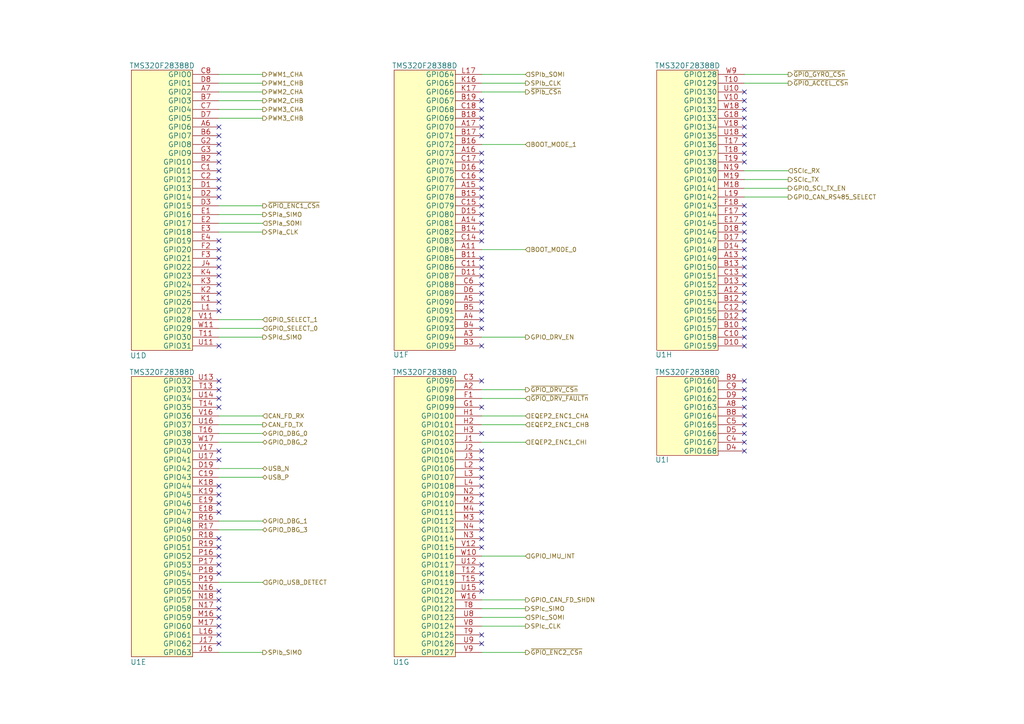
<source format=kicad_sch>
(kicad_sch (version 20231120) (generator "eeschema") (generator_version "8.0")
  (paper "A4")
  (title_block (title "Open MOtor DRiver Initiative  - Single Axis (OMODRI_SA)") (date "2024-03-20") (rev "1.0") (company "LAAS/CNRS"))
  (lib_symbols
    (symbol "omodri_lib:TMS320F28388D" (pin_names (offset 0.254))
      (property "Reference" "U" (at -8.89 55.88 0))
      (property "Value" "TMS320F28388D" (at 0 53.34 0))
      (symbol "TMS320F28388D_1_1"
        (rectangle (start -8.89 49.53) (end 8.89 -46.99) (fill (type background)))
        (pin power_in line (at -16.51 48.26 0) (length 7.62) (name "VSS") (number "A1"))
        (pin power_in line (at -16.51 45.72 0) (length 7.62) (name "VSS") (number "A10"))
        (pin power_in line (at -16.51 43.18 0) (length 7.62) (name "VSS") (number "A19"))
        (pin power_in line (at -16.51 33.02 0) (length 7.62) (name "VSS") (number "E12"))
        (pin power_in line (at -16.51 30.48 0) (length 7.62) (name "VSS") (number "E14"))
        (pin power_in line (at -16.51 27.94 0) (length 7.62) (name "VSS") (number "E15"))
        (pin power_in line (at -16.51 40.64 0) (length 7.62) (name "VSS") (number "E5"))
        (pin power_in line (at -16.51 38.1 0) (length 7.62) (name "VSS") (number "E6"))
        (pin power_in line (at -16.51 35.56 0) (length 7.62) (name "VSS") (number "E8"))
        (pin power_in line (at -16.51 17.78 0) (length 7.62) (name "VSS") (number "F12"))
        (pin power_in line (at -16.51 15.24 0) (length 7.62) (name "VSS") (number "F14"))
        (pin power_in line (at -16.51 12.7 0) (length 7.62) (name "VSS") (number "F15"))
        (pin power_in line (at -16.51 25.4 0) (length 7.62) (name "VSS") (number "F5"))
        (pin power_in line (at -16.51 22.86 0) (length 7.62) (name "VSS") (number "F6"))
        (pin power_in line (at -16.51 20.32 0) (length 7.62) (name "VSS") (number "F8"))
        (pin power_in line (at -16.51 10.16 0) (length 7.62) (name "VSS") (number "G16"))
        (pin power_in line (at -16.51 7.62 0) (length 7.62) (name "VSS") (number "G17"))
        (pin power_in line (at -16.51 0 0) (length 7.62) (name "VSS") (number "H10"))
        (pin power_in line (at -16.51 -2.54 0) (length 7.62) (name "VSS") (number "H11"))
        (pin power_in line (at -16.51 -5.08 0) (length 7.62) (name "VSS") (number "H12"))
        (pin power_in line (at -16.51 -7.62 0) (length 7.62) (name "VSS") (number "H14"))
        (pin power_in line (at -16.51 -10.16 0) (length 7.62) (name "VSS") (number "H15"))
        (pin power_in line (at 16.51 48.26 180) (length 7.62) (name "VSSOSC") (number "H18"))
        (pin power_in line (at 16.51 45.72 180) (length 7.62) (name "VSSOSC") (number "H19"))
        (pin power_in line (at -16.51 5.08 0) (length 7.62) (name "VSS") (number "H8"))
        (pin power_in line (at -16.51 2.54 0) (length 7.62) (name "VSS") (number "H9"))
        (pin power_in line (at -16.51 -22.86 0) (length 7.62) (name "VSS") (number "J10"))
        (pin power_in line (at -16.51 -25.4 0) (length 7.62) (name "VSS") (number "J11"))
        (pin power_in line (at -16.51 -27.94 0) (length 7.62) (name "VSS") (number "J12"))
        (pin power_in line (at -16.51 -12.7 0) (length 7.62) (name "VSS") (number "J5"))
        (pin power_in line (at -16.51 -15.24 0) (length 7.62) (name "VSS") (number "J6"))
        (pin power_in line (at -16.51 -17.78 0) (length 7.62) (name "VSS") (number "J8"))
        (pin power_in line (at -16.51 -20.32 0) (length 7.62) (name "VSS") (number "J9"))
        (pin power_in line (at -16.51 -35.56 0) (length 7.62) (name "VSS") (number "K10"))
        (pin power_in line (at -16.51 -38.1 0) (length 7.62) (name "VSS") (number "K11"))
        (pin power_in line (at -16.51 -40.64 0) (length 7.62) (name "VSS") (number "K12"))
        (pin power_in line (at -16.51 -43.18 0) (length 7.62) (name "VSS") (number "K14"))
        (pin power_in line (at -16.51 -45.72 0) (length 7.62) (name "VSS") (number "K15"))
        (pin power_in line (at -16.51 -30.48 0) (length 7.62) (name "VSS") (number "K8"))
        (pin power_in line (at -16.51 -33.02 0) (length 7.62) (name "VSS") (number "K9"))
        (pin power_in line (at 16.51 17.78 180) (length 7.62) (name "VSS") (number "L10"))
        (pin power_in line (at 16.51 15.24 180) (length 7.62) (name "VSS") (number "L11"))
        (pin power_in line (at 16.51 12.7 180) (length 7.62) (name "VSS") (number "L12"))
        (pin power_in line (at 16.51 10.16 180) (length 7.62) (name "VSS") (number "L18"))
        (pin power_in line (at 16.51 27.94 180) (length 7.62) (name "VSS") (number "L5"))
        (pin power_in line (at 16.51 25.4 180) (length 7.62) (name "VSS") (number "L6"))
        (pin power_in line (at 16.51 22.86 180) (length 7.62) (name "VSS") (number "L8"))
        (pin power_in line (at 16.51 20.32 180) (length 7.62) (name "VSS") (number "L9"))
        (pin power_in line (at 16.51 2.54 180) (length 7.62) (name "VSS") (number "M10"))
        (pin power_in line (at 16.51 0 180) (length 7.62) (name "VSS") (number "M11"))
        (pin power_in line (at 16.51 -2.54 180) (length 7.62) (name "VSS") (number "M12"))
        (pin power_in line (at 16.51 -5.08 180) (length 7.62) (name "VSS") (number "M14"))
        (pin power_in line (at 16.51 -7.62 180) (length 7.62) (name "VSS") (number "M15"))
        (pin power_in line (at 16.51 7.62 180) (length 7.62) (name "VSS") (number "M8"))
        (pin power_in line (at 16.51 5.08 180) (length 7.62) (name "VSS") (number "M9"))
        (pin power_in line (at 16.51 -10.16 180) (length 7.62) (name "VSS") (number "N1"))
        (pin power_in line (at 16.51 -12.7 180) (length 7.62) (name "VSS") (number "N5"))
        (pin power_in line (at 16.51 -15.24 180) (length 7.62) (name "VSS") (number "N6"))
        (pin power_in line (at 16.51 41.91 180) (length 7.62) (name "VSSA") (number "P1"))
        (pin power_in line (at 16.51 -22.86 180) (length 7.62) (name "VSS") (number "P11"))
        (pin power_in line (at 16.51 -25.4 180) (length 7.62) (name "VSS") (number "P12"))
        (pin power_in line (at 16.51 -27.94 180) (length 7.62) (name "VSS") (number "P14"))
        (pin power_in line (at 16.51 -30.48 180) (length 7.62) (name "VSS") (number "P15"))
        (pin power_in line (at 16.51 39.37 180) (length 7.62) (name "VSSA") (number "P5"))
        (pin power_in line (at 16.51 -17.78 180) (length 7.62) (name "VSS") (number "P7"))
        (pin power_in line (at 16.51 -20.32 180) (length 7.62) (name "VSS") (number "P8"))
        (pin power_in line (at 16.51 -38.1 180) (length 7.62) (name "VSS") (number "R14"))
        (pin power_in line (at 16.51 -40.64 180) (length 7.62) (name "VSS") (number "R15"))
        (pin power_in line (at 16.51 36.83 180) (length 7.62) (name "VSSA") (number "R5"))
        (pin power_in line (at 16.51 -33.02 180) (length 7.62) (name "VSS") (number "R7"))
        (pin power_in line (at 16.51 -35.56 180) (length 7.62) (name "VSS") (number "R8"))
        (pin power_in line (at 16.51 34.29 180) (length 7.62) (name "VSSA") (number "V7"))
        (pin power_in line (at 16.51 31.75 180) (length 7.62) (name "VSSA") (number "W1"))
        (pin power_in line (at 16.51 -45.72 180) (length 7.62) (name "VSS") (number "W19"))
        (pin power_in line (at 16.51 -43.18 180) (length 7.62) (name "VSS") (number "W7"))
      )
      (symbol "TMS320F28388D_2_1"
        (rectangle (start -10.16 49.53) (end 10.16 -21.59) (fill (type background)))
        (pin power_in line (at 17.78 45.72 180) (length 7.62) (name "VDDIO") (number "A18"))
        (pin power_in line (at 17.78 48.26 180) (length 7.62) (name "VDDIO") (number "A9"))
        (pin power_in line (at 17.78 43.18 180) (length 7.62) (name "VDDIO") (number "B1"))
        (pin power_in line (at 17.78 38.1 180) (length 7.62) (name "VDDIO") (number "E10"))
        (pin power_in line (at -17.78 45.72 0) (length 7.62) (name "VDD") (number "E11"))
        (pin power_in line (at 17.78 35.56 180) (length 7.62) (name "VDDIO") (number "E13"))
        (pin power_in line (at 17.78 33.02 180) (length 7.62) (name "VDDIO") (number "E16"))
        (pin power_in line (at 17.78 40.64 180) (length 7.62) (name "VDDIO") (number "E7"))
        (pin power_in line (at -17.78 48.26 0) (length 7.62) (name "VDD") (number "E9"))
        (pin power_in line (at 17.78 25.4 180) (length 7.62) (name "VDDIO") (number "F10"))
        (pin power_in line (at -17.78 40.64 0) (length 7.62) (name "VDD") (number "F11"))
        (pin power_in line (at 17.78 22.86 180) (length 7.62) (name "VDDIO") (number "F13"))
        (pin power_in line (at 17.78 20.32 180) (length 7.62) (name "VDDIO") (number "F16"))
        (pin power_in line (at 17.78 30.48 180) (length 7.62) (name "VDDIO") (number "F4"))
        (pin power_in line (at 17.78 27.94 180) (length 7.62) (name "VDDIO") (number "F7"))
        (pin power_in line (at -17.78 43.18 0) (length 7.62) (name "VDD") (number "F9"))
        (pin power_in line (at -17.78 38.1 0) (length 7.62) (name "VDD") (number "G14"))
        (pin power_in line (at -17.78 35.56 0) (length 7.62) (name "VDD") (number "G15"))
        (pin power_in line (at 17.78 17.78 180) (length 7.62) (name "VDDIO") (number "G4"))
        (pin power_in line (at 17.78 15.24 180) (length 7.62) (name "VDDIO") (number "G5"))
        (pin power_in line (at 17.78 12.7 180) (length 7.62) (name "VDDIO") (number "G6"))
        (pin power_in line (at -17.78 -17.78 0) (length 7.62) (name "VDDOSC") (number "H16"))
        (pin power_in line (at -17.78 -20.32 0) (length 7.62) (name "VDDOSC") (number "H17"))
        (pin power_in line (at 17.78 10.16 180) (length 7.62) (name "VDDIO") (number "H5"))
        (pin power_in line (at 17.78 7.62 180) (length 7.62) (name "VDDIO") (number "H6"))
        (pin power_in line (at -17.78 33.02 0) (length 7.62) (name "VDD") (number "J14"))
        (pin power_in line (at -17.78 30.48 0) (length 7.62) (name "VDD") (number "J15"))
        (pin power_in line (at -17.78 27.94 0) (length 7.62) (name "VDD") (number "K5"))
        (pin power_in line (at -17.78 25.4 0) (length 7.62) (name "VDD") (number "K6"))
        (pin power_in line (at 17.78 5.08 180) (length 7.62) (name "VDDIO") (number "L14"))
        (pin power_in line (at 17.78 2.54 180) (length 7.62) (name "VDDIO") (number "L15"))
        (pin power_in line (at 17.78 0 180) (length 7.62) (name "VDDIO") (number "M1"))
        (pin power_in line (at 17.78 -2.54 180) (length 7.62) (name "VDDIO") (number "M5"))
        (pin power_in line (at 17.78 -5.08 180) (length 7.62) (name "VDDIO") (number "M6"))
        (pin power_in line (at 17.78 -7.62 180) (length 7.62) (name "VDDIO") (number "N14"))
        (pin power_in line (at 17.78 -10.16 180) (length 7.62) (name "VDDIO") (number "N15"))
        (pin power_in line (at -17.78 22.86 0) (length 7.62) (name "VDD") (number "P10"))
        (pin power_in line (at -17.78 20.32 0) (length 7.62) (name "VDD") (number "P13"))
        (pin power_in line (at -17.78 10.16 0) (length 7.62) (name "VDDA") (number "P6"))
        (pin power_in line (at 17.78 -12.7 180) (length 7.62) (name "VDDIO") (number "P9"))
        (pin power_in line (at -17.78 17.78 0) (length 7.62) (name "VDD") (number "R10"))
        (pin power_in line (at -17.78 -3.81 0) (length 7.62) (name "VDD3VFL") (number "R11"))
        (pin power_in line (at -17.78 -6.35 0) (length 7.62) (name "VDD3VFL") (number "R12"))
        (pin power_in line (at -17.78 15.24 0) (length 7.62) (name "VDD") (number "R13"))
        (pin power_in line (at -17.78 7.62 0) (length 7.62) (name "VDDA") (number "R6"))
        (pin power_in line (at 17.78 -15.24 180) (length 7.62) (name "VDDIO") (number "R9"))
        (pin power_in line (at 17.78 -17.78 180) (length 7.62) (name "VDDIO") (number "V19"))
        (pin power_in line (at 17.78 -20.32 180) (length 7.62) (name "VDDIO") (number "W8"))
      )
      (symbol "TMS320F28388D_3_1"
        (rectangle (start -11.43 49.53) (end 11.43 -21.59) (fill (type background)))
        (pin power_in line (at -19.05 7.62 0) (length 7.62) (name "VREFLOC") (number "P2"))
        (pin input line (at 19.05 10.16 180) (length 7.62) (name "ADCINC3") (number "P3"))
        (pin input line (at 19.05 5.08 180) (length 7.62) (name "ADCINC5") (number "P4"))
        (pin power_in line (at -19.05 43.18 0) (length 7.62) (name "VREFHIC") (number "R1"))
        (pin power_in line (at -19.05 12.7 0) (length 7.62) (name "VREFLOA") (number "R2"))
        (pin input line (at 19.05 12.7 180) (length 7.62) (name "ADCINC2") (number "R3"))
        (pin input line (at 19.05 7.62 180) (length 7.62) (name "ADCINC4") (number "R4"))
        (pin input line (at 19.05 45.72 180) (length 7.62) (name "ADCINA1") (number "T1"))
        (pin input line (at 19.05 40.64 180) (length 7.62) (name "ADCINA3") (number "T2"))
        (pin input line (at 19.05 35.56 180) (length 7.62) (name "ADCINA5") (number "T3"))
        (pin input line (at 19.05 -17.78 180) (length 7.62) (name "ADCIN14") (number "T4"))
        (pin input line (at 19.05 0 180) (length 7.62) (name "ADCIND0") (number "T5"))
        (pin input line (at 19.05 -5.08 180) (length 7.62) (name "ADCIND2") (number "T6"))
        (pin input line (at 19.05 -10.16 180) (length 7.62) (name "ADCIND4") (number "T7"))
        (pin input line (at 19.05 48.26 180) (length 7.62) (name "ADCINA0") (number "U1"))
        (pin input line (at 19.05 43.18 180) (length 7.62) (name "ADCINA2") (number "U2"))
        (pin input line (at 19.05 38.1 180) (length 7.62) (name "ADCINA4") (number "U3"))
        (pin input line (at 19.05 -20.32 180) (length 7.62) (name "ADCIN15") (number "U4"))
        (pin input line (at 19.05 -2.54 180) (length 7.62) (name "ADCIND1") (number "U5"))
        (pin input line (at 19.05 -7.62 180) (length 7.62) (name "ADCIND3") (number "U6"))
        (pin input line (at 19.05 -12.7 180) (length 7.62) (name "ADCIND5") (number "U7"))
        (pin power_in line (at -19.05 48.26 0) (length 7.62) (name "VREFHIA") (number "V1"))
        (pin input line (at 19.05 30.48 180) (length 7.62) (name "ADCINB0") (number "V2"))
        (pin input line (at 19.05 25.4 180) (length 7.62) (name "ADCINB2") (number "V3"))
        (pin input line (at 19.05 20.32 180) (length 7.62) (name "ADCINB4") (number "V4"))
        (pin power_in line (at -19.05 40.64 0) (length 7.62) (name "VREFHID") (number "V5"))
        (pin power_in line (at -19.05 10.16 0) (length 7.62) (name "VREFLOB") (number "V6"))
        (pin input line (at 19.05 27.94 180) (length 7.62) (name "ADCINB1") (number "W2"))
        (pin input line (at 19.05 22.86 180) (length 7.62) (name "ADCINB3") (number "W3"))
        (pin input line (at 19.05 17.78 180) (length 7.62) (name "ADCINB5") (number "W4"))
        (pin power_in line (at -19.05 45.72 0) (length 7.62) (name "VREFHIB") (number "W5"))
        (pin power_in line (at -19.05 5.08 0) (length 7.62) (name "VREFLOD") (number "W6"))
      )
      (symbol "TMS320F28388D_4_1"
        (rectangle (start -8.89 49.53) (end 8.89 -31.75) (fill (type background)))
        (pin passive line (at 16.51 33.02 180) (length 7.62) (name "GPIO6") (number "A6"))
        (pin passive line (at 16.51 43.18 180) (length 7.62) (name "GPIO2") (number "A7"))
        (pin passive line (at 16.51 22.86 180) (length 7.62) (name "GPIO10") (number "B2"))
        (pin passive line (at 16.51 30.48 180) (length 7.62) (name "GPIO7") (number "B6"))
        (pin passive line (at 16.51 40.64 180) (length 7.62) (name "GPIO3") (number "B7"))
        (pin passive line (at 16.51 20.32 180) (length 7.62) (name "GPIO11") (number "C1"))
        (pin passive line (at 16.51 17.78 180) (length 7.62) (name "GPIO12") (number "C2"))
        (pin passive line (at 16.51 38.1 180) (length 7.62) (name "GPIO4") (number "C7"))
        (pin passive line (at 16.51 48.26 180) (length 7.62) (name "GPIO0") (number "C8"))
        (pin passive line (at 16.51 15.24 180) (length 7.62) (name "GPIO13") (number "D1"))
        (pin passive line (at 16.51 12.7 180) (length 7.62) (name "GPIO14") (number "D2"))
        (pin passive line (at 16.51 10.16 180) (length 7.62) (name "GPIO15") (number "D3"))
        (pin passive line (at 16.51 35.56 180) (length 7.62) (name "GPIO5") (number "D7"))
        (pin passive line (at 16.51 45.72 180) (length 7.62) (name "GPIO1") (number "D8"))
        (pin passive line (at 16.51 7.62 180) (length 7.62) (name "GPIO16") (number "E1"))
        (pin passive line (at 16.51 5.08 180) (length 7.62) (name "GPIO17") (number "E2"))
        (pin passive line (at 16.51 2.54 180) (length 7.62) (name "GPIO18") (number "E3"))
        (pin passive line (at 16.51 0 180) (length 7.62) (name "GPIO19") (number "E4"))
        (pin passive line (at 16.51 -2.54 180) (length 7.62) (name "GPIO20") (number "F2"))
        (pin passive line (at 16.51 -5.08 180) (length 7.62) (name "GPIO21") (number "F3"))
        (pin passive line (at 16.51 27.94 180) (length 7.62) (name "GPIO8") (number "G2"))
        (pin passive line (at 16.51 25.4 180) (length 7.62) (name "GPIO9") (number "G3"))
        (pin passive line (at 16.51 -7.62 180) (length 7.62) (name "GPIO22") (number "J4"))
        (pin passive line (at 16.51 -17.78 180) (length 7.62) (name "GPIO26") (number "K1"))
        (pin passive line (at 16.51 -15.24 180) (length 7.62) (name "GPIO25") (number "K2"))
        (pin passive line (at 16.51 -12.7 180) (length 7.62) (name "GPIO24") (number "K3"))
        (pin passive line (at 16.51 -10.16 180) (length 7.62) (name "GPIO23") (number "K4"))
        (pin passive line (at 16.51 -20.32 180) (length 7.62) (name "GPIO27") (number "L1"))
        (pin passive line (at 16.51 -27.94 180) (length 7.62) (name "GPIO30") (number "T11"))
        (pin passive line (at 16.51 -30.48 180) (length 7.62) (name "GPIO31") (number "U11"))
        (pin passive line (at 16.51 -22.86 180) (length 7.62) (name "GPIO28") (number "V11"))
        (pin passive line (at 16.51 -25.4 180) (length 7.62) (name "GPIO29") (number "W11"))
      )
      (symbol "TMS320F28388D_5_1"
        (rectangle (start -8.89 49.53) (end 8.89 -31.75) (fill (type background)))
        (pin passive line (at 16.51 20.32 180) (length 7.62) (name "GPIO43") (number "C19"))
        (pin passive line (at 16.51 22.86 180) (length 7.62) (name "GPIO42") (number "D19"))
        (pin passive line (at 16.51 10.16 180) (length 7.62) (name "GPIO47") (number "E18"))
        (pin passive line (at 16.51 12.7 180) (length 7.62) (name "GPIO46") (number "E19"))
        (pin passive line (at 16.51 -30.48 180) (length 7.62) (name "GPIO63") (number "J16"))
        (pin passive line (at 16.51 -27.94 180) (length 7.62) (name "GPIO62") (number "J17"))
        (pin passive line (at 16.51 17.78 180) (length 7.62) (name "GPIO44") (number "K18"))
        (pin passive line (at 16.51 15.24 180) (length 7.62) (name "GPIO45") (number "K19"))
        (pin passive line (at 16.51 -25.4 180) (length 7.62) (name "GPIO61") (number "L16"))
        (pin passive line (at 16.51 -20.32 180) (length 7.62) (name "GPIO59") (number "M16"))
        (pin passive line (at 16.51 -22.86 180) (length 7.62) (name "GPIO60") (number "M17"))
        (pin passive line (at 16.51 -12.7 180) (length 7.62) (name "GPIO56") (number "N16"))
        (pin passive line (at 16.51 -17.78 180) (length 7.62) (name "GPIO58") (number "N17"))
        (pin passive line (at 16.51 -15.24 180) (length 7.62) (name "GPIO57") (number "N18"))
        (pin passive line (at 16.51 -2.54 180) (length 7.62) (name "GPIO52") (number "P16"))
        (pin passive line (at 16.51 -5.08 180) (length 7.62) (name "GPIO53") (number "P17"))
        (pin passive line (at 16.51 -7.62 180) (length 7.62) (name "GPIO54") (number "P18"))
        (pin passive line (at 16.51 -10.16 180) (length 7.62) (name "GPIO55") (number "P19"))
        (pin passive line (at 16.51 7.62 180) (length 7.62) (name "GPIO48") (number "R16"))
        (pin passive line (at 16.51 5.08 180) (length 7.62) (name "GPIO49") (number "R17"))
        (pin passive line (at 16.51 2.54 180) (length 7.62) (name "GPIO50") (number "R18"))
        (pin passive line (at 16.51 0 180) (length 7.62) (name "GPIO51") (number "R19"))
        (pin passive line (at 16.51 45.72 180) (length 7.62) (name "GPIO33") (number "T13"))
        (pin passive line (at 16.51 40.64 180) (length 7.62) (name "GPIO35") (number "T14"))
        (pin passive line (at 16.51 33.02 180) (length 7.62) (name "GPIO38") (number "T16"))
        (pin passive line (at 16.51 48.26 180) (length 7.62) (name "GPIO32") (number "U13"))
        (pin passive line (at 16.51 43.18 180) (length 7.62) (name "GPIO34") (number "U14"))
        (pin passive line (at 16.51 35.56 180) (length 7.62) (name "GPIO37") (number "U16"))
        (pin passive line (at 16.51 25.4 180) (length 7.62) (name "GPIO41") (number "U17"))
        (pin passive line (at 16.51 38.1 180) (length 7.62) (name "GPIO36") (number "V16"))
        (pin passive line (at 16.51 27.94 180) (length 7.62) (name "GPIO40") (number "V17"))
        (pin passive line (at 16.51 30.48 180) (length 7.62) (name "GPIO39") (number "W17"))
      )
      (symbol "TMS320F28388D_6_1"
        (rectangle (start -8.89 49.53) (end 8.89 -31.75) (fill (type background)))
        (pin passive line (at 16.51 -2.54 180) (length 7.62) (name "GPIO84") (number "A11"))
        (pin passive line (at 16.51 5.08 180) (length 7.62) (name "GPIO81") (number "A14"))
        (pin passive line (at 16.51 15.24 180) (length 7.62) (name "GPIO77") (number "A15"))
        (pin passive line (at 16.51 25.4 180) (length 7.62) (name "GPIO73") (number "A16"))
        (pin passive line (at 16.51 33.02 180) (length 7.62) (name "GPIO70") (number "A17"))
        (pin passive line (at 16.51 -27.94 180) (length 7.62) (name "GPIO94") (number "A3"))
        (pin passive line (at 16.51 -22.86 180) (length 7.62) (name "GPIO92") (number "A4"))
        (pin passive line (at 16.51 -17.78 180) (length 7.62) (name "GPIO90") (number "A5"))
        (pin passive line (at 16.51 -5.08 180) (length 7.62) (name "GPIO85") (number "B11"))
        (pin passive line (at 16.51 2.54 180) (length 7.62) (name "GPIO82") (number "B14"))
        (pin passive line (at 16.51 12.7 180) (length 7.62) (name "GPIO78") (number "B15"))
        (pin passive line (at 16.51 27.94 180) (length 7.62) (name "GPIO72") (number "B16"))
        (pin passive line (at 16.51 30.48 180) (length 7.62) (name "GPIO71") (number "B17"))
        (pin passive line (at 16.51 35.56 180) (length 7.62) (name "GPIO69") (number "B18"))
        (pin passive line (at 16.51 40.64 180) (length 7.62) (name "GPIO67") (number "B19"))
        (pin passive line (at 16.51 -30.48 180) (length 7.62) (name "GPIO95") (number "B3"))
        (pin passive line (at 16.51 -25.4 180) (length 7.62) (name "GPIO93") (number "B4"))
        (pin passive line (at 16.51 -20.32 180) (length 7.62) (name "GPIO91") (number "B5"))
        (pin passive line (at 16.51 -7.62 180) (length 7.62) (name "GPIO86") (number "C11"))
        (pin passive line (at 16.51 0 180) (length 7.62) (name "GPIO83") (number "C14"))
        (pin passive line (at 16.51 10.16 180) (length 7.62) (name "GPIO79") (number "C15"))
        (pin passive line (at 16.51 17.78 180) (length 7.62) (name "GPIO76") (number "C16"))
        (pin passive line (at 16.51 22.86 180) (length 7.62) (name "GPIO74") (number "C17"))
        (pin passive line (at 16.51 38.1 180) (length 7.62) (name "GPIO68") (number "C18"))
        (pin passive line (at 16.51 -12.7 180) (length 7.62) (name "GPIO88") (number "C6"))
        (pin passive line (at 16.51 -10.16 180) (length 7.62) (name "GPIO87") (number "D11"))
        (pin passive line (at 16.51 7.62 180) (length 7.62) (name "GPIO80") (number "D15"))
        (pin passive line (at 16.51 20.32 180) (length 7.62) (name "GPIO75") (number "D16"))
        (pin passive line (at 16.51 -15.24 180) (length 7.62) (name "GPIO89") (number "D6"))
        (pin passive line (at 16.51 45.72 180) (length 7.62) (name "GPIO65") (number "K16"))
        (pin passive line (at 16.51 43.18 180) (length 7.62) (name "GPIO66") (number "K17"))
        (pin passive line (at 16.51 48.26 180) (length 7.62) (name "GPIO64") (number "L17"))
      )
      (symbol "TMS320F28388D_7_1"
        (rectangle (start -8.89 49.53) (end 8.89 -31.75) (fill (type background)))
        (pin passive line (at 16.51 45.72 180) (length 7.62) (name "GPIO97") (number "A2"))
        (pin passive line (at 16.51 48.26 180) (length 7.62) (name "GPIO96") (number "C3"))
        (pin passive line (at 16.51 43.18 180) (length 7.62) (name "GPIO98") (number "F1"))
        (pin passive line (at 16.51 40.64 180) (length 7.62) (name "GPIO99") (number "G1"))
        (pin passive line (at 16.51 38.1 180) (length 7.62) (name "GPIO100") (number "H1"))
        (pin passive line (at 16.51 35.56 180) (length 7.62) (name "GPIO101") (number "H2"))
        (pin passive line (at 16.51 33.02 180) (length 7.62) (name "GPIO102") (number "H3"))
        (pin passive line (at 16.51 30.48 180) (length 7.62) (name "GPIO103") (number "J1"))
        (pin passive line (at 16.51 27.94 180) (length 7.62) (name "GPIO104") (number "J2"))
        (pin passive line (at 16.51 25.4 180) (length 7.62) (name "GPIO105") (number "J3"))
        (pin passive line (at 16.51 22.86 180) (length 7.62) (name "GPIO106") (number "L2"))
        (pin passive line (at 16.51 20.32 180) (length 7.62) (name "GPIO107") (number "L3"))
        (pin passive line (at 16.51 17.78 180) (length 7.62) (name "GPIO108") (number "L4"))
        (pin passive line (at 16.51 12.7 180) (length 7.62) (name "GPIO110") (number "M2"))
        (pin passive line (at 16.51 7.62 180) (length 7.62) (name "GPIO112") (number "M3"))
        (pin passive line (at 16.51 10.16 180) (length 7.62) (name "GPIO111") (number "M4"))
        (pin passive line (at 16.51 15.24 180) (length 7.62) (name "GPIO109") (number "N2"))
        (pin passive line (at 16.51 2.54 180) (length 7.62) (name "GPIO114") (number "N3"))
        (pin passive line (at 16.51 5.08 180) (length 7.62) (name "GPIO113") (number "N4"))
        (pin passive line (at 16.51 -7.62 180) (length 7.62) (name "GPIO118") (number "T12"))
        (pin passive line (at 16.51 -10.16 180) (length 7.62) (name "GPIO119") (number "T15"))
        (pin passive line (at 16.51 -17.78 180) (length 7.62) (name "GPIO122") (number "T8"))
        (pin passive line (at 16.51 -25.4 180) (length 7.62) (name "GPIO125") (number "T9"))
        (pin passive line (at 16.51 -5.08 180) (length 7.62) (name "GPIO117") (number "U12"))
        (pin passive line (at 16.51 -12.7 180) (length 7.62) (name "GPIO120") (number "U15"))
        (pin passive line (at 16.51 -20.32 180) (length 7.62) (name "GPIO123") (number "U8"))
        (pin passive line (at 16.51 -27.94 180) (length 7.62) (name "GPIO126") (number "U9"))
        (pin passive line (at 16.51 0 180) (length 7.62) (name "GPIO115") (number "V12"))
        (pin passive line (at 16.51 -22.86 180) (length 7.62) (name "GPIO124") (number "V8"))
        (pin passive line (at 16.51 -30.48 180) (length 7.62) (name "GPIO127") (number "V9"))
        (pin passive line (at 16.51 -2.54 180) (length 7.62) (name "GPIO116") (number "W10"))
        (pin passive line (at 16.51 -15.24 180) (length 7.62) (name "GPIO121") (number "W16"))
      )
      (symbol "TMS320F28388D_8_1"
        (rectangle (start -8.89 49.53) (end 8.89 -31.75) (fill (type background)))
        (pin passive line (at 16.51 -15.24 180) (length 7.62) (name "GPIO153") (number "A12"))
        (pin passive line (at 16.51 -5.08 180) (length 7.62) (name "GPIO149") (number "A13"))
        (pin passive line (at 16.51 -25.4 180) (length 7.62) (name "GPIO157") (number "B10"))
        (pin passive line (at 16.51 -17.78 180) (length 7.62) (name "GPIO154") (number "B12"))
        (pin passive line (at 16.51 -7.62 180) (length 7.62) (name "GPIO150") (number "B13"))
        (pin passive line (at 16.51 -27.94 180) (length 7.62) (name "GPIO158") (number "C10"))
        (pin passive line (at 16.51 -20.32 180) (length 7.62) (name "GPIO155") (number "C12"))
        (pin passive line (at 16.51 -10.16 180) (length 7.62) (name "GPIO151") (number "C13"))
        (pin passive line (at 16.51 -30.48 180) (length 7.62) (name "GPIO159") (number "D10"))
        (pin passive line (at 16.51 -22.86 180) (length 7.62) (name "GPIO156") (number "D12"))
        (pin passive line (at 16.51 -12.7 180) (length 7.62) (name "GPIO152") (number "D13"))
        (pin passive line (at 16.51 -2.54 180) (length 7.62) (name "GPIO148") (number "D14"))
        (pin passive line (at 16.51 0 180) (length 7.62) (name "GPIO147") (number "D17"))
        (pin passive line (at 16.51 2.54 180) (length 7.62) (name "GPIO146") (number "D18"))
        (pin passive line (at 16.51 5.08 180) (length 7.62) (name "GPIO145") (number "E17"))
        (pin passive line (at 16.51 7.62 180) (length 7.62) (name "GPIO144") (number "F17"))
        (pin passive line (at 16.51 10.16 180) (length 7.62) (name "GPIO143") (number "F18"))
        (pin passive line (at 16.51 35.56 180) (length 7.62) (name "GPIO133") (number "G18"))
        (pin passive line (at 16.51 12.7 180) (length 7.62) (name "GPIO142") (number "L19"))
        (pin passive line (at 16.51 15.24 180) (length 7.62) (name "GPIO141") (number "M18"))
        (pin passive line (at 16.51 17.78 180) (length 7.62) (name "GPIO140") (number "M19"))
        (pin passive line (at 16.51 20.32 180) (length 7.62) (name "GPIO139") (number "N19"))
        (pin passive line (at 16.51 45.72 180) (length 7.62) (name "GPIO129") (number "T10"))
        (pin passive line (at 16.51 27.94 180) (length 7.62) (name "GPIO136") (number "T17"))
        (pin passive line (at 16.51 25.4 180) (length 7.62) (name "GPIO137") (number "T18"))
        (pin passive line (at 16.51 22.86 180) (length 7.62) (name "GPIO138") (number "T19"))
        (pin passive line (at 16.51 43.18 180) (length 7.62) (name "GPIO130") (number "U10"))
        (pin passive line (at 16.51 30.48 180) (length 7.62) (name "GPIO135") (number "U18"))
        (pin passive line (at 16.51 40.64 180) (length 7.62) (name "GPIO131") (number "V10"))
        (pin passive line (at 16.51 33.02 180) (length 7.62) (name "GPIO134") (number "V18"))
        (pin passive line (at 16.51 38.1 180) (length 7.62) (name "GPIO132") (number "W18"))
        (pin passive line (at 16.51 48.26 180) (length 7.62) (name "GPIO128") (number "W9"))
      )
      (symbol "TMS320F28388D_9_1"
        (rectangle (start -8.89 49.53) (end 8.89 26.67) (fill (type background)))
        (pin passive line (at 16.51 40.64 180) (length 7.62) (name "GPIO163") (number "A8"))
        (pin passive line (at 16.51 38.1 180) (length 7.62) (name "GPIO164") (number "B8"))
        (pin passive line (at 16.51 48.26 180) (length 7.62) (name "GPIO160") (number "B9"))
        (pin passive line (at 16.51 30.48 180) (length 7.62) (name "GPIO167") (number "C4"))
        (pin passive line (at 16.51 35.56 180) (length 7.62) (name "GPIO165") (number "C5"))
        (pin passive line (at 16.51 45.72 180) (length 7.62) (name "GPIO161") (number "C9"))
        (pin passive line (at 16.51 27.94 180) (length 7.62) (name "GPIO168") (number "D4"))
        (pin passive line (at 16.51 33.02 180) (length 7.62) (name "GPIO166") (number "D5"))
        (pin passive line (at 16.51 43.18 180) (length 7.62) (name "GPIO162") (number "D9"))
      )
      (symbol "TMS320F28388D_10_1"
        (rectangle (start -8.89 49.53) (end 8.89 16.51) (fill (type background)))
        (pin open_collector line (at -16.51 17.78 0) (length 7.62) (name "~{XRSn}") (number "F19"))
        (pin input clock (at -16.51 43.18 0) (length 7.62) (name "X1") (number "G19"))
        (pin no_connect line (at 16.51 35.56 180) (length 7.62) (name "NC") (number "H4"))
        (pin no_connect line (at 16.51 33.02 180) (length 7.62) (name "NC") (number "J18"))
        (pin output inverted_clock (at -16.51 40.64 0) (length 7.62) (name "X2") (number "J19"))
        (pin open_collector line (at 16.51 48.26 180) (length 7.62) (name "ERRORSTS") (number "U19"))
        (pin no_connect line (at 16.51 40.64 180) (length 7.62) (name "FLT2") (number "V13"))
        (pin input input_low (at 16.51 27.94 180) (length 7.62) (name "~{TRSTn}") (number "V14"))
        (pin input clock (at 16.51 25.4 180) (length 7.62) (name "TCK") (number "V15"))
        (pin no_connect line (at 16.51 43.18 180) (length 7.62) (name "FLT1") (number "W12"))
        (pin input line (at 16.51 20.32 180) (length 7.62) (name "TDI") (number "W13"))
        (pin input line (at 16.51 22.86 180) (length 7.62) (name "TMS") (number "W14"))
        (pin output line (at 16.51 17.78 180) (length 7.62) (name "TDO") (number "W15"))
      )
    )
  )
  (no_connect (at 63.5 186.69))
  (no_connect (at 63.5 158.75))
  (no_connect (at 63.5 113.03))
  (no_connect (at 139.7 87.63))
  (no_connect (at 215.9 64.77))
  (no_connect (at 63.5 80.01))
  (no_connect (at 63.5 161.29))
  (no_connect (at 215.9 44.45))
  (no_connect (at 63.5 146.05))
  (no_connect (at 215.9 26.67))
  (no_connect (at 63.5 52.07))
  (no_connect (at 215.9 80.01))
  (no_connect (at 63.5 143.51))
  (no_connect (at 63.5 57.15))
  (no_connect (at 139.7 34.29))
  (no_connect (at 139.7 62.23))
  (no_connect (at 139.7 95.25))
  (no_connect (at 139.7 92.71))
  (no_connect (at 63.5 130.81))
  (no_connect (at 215.9 72.39))
  (no_connect (at 215.9 46.99))
  (no_connect (at 215.9 31.75))
  (no_connect (at 215.9 125.73))
  (no_connect (at 215.9 97.79))
  (no_connect (at 215.9 29.21))
  (no_connect (at 139.7 80.01))
  (no_connect (at 215.9 39.37))
  (no_connect (at 63.5 77.47))
  (no_connect (at 63.5 90.17))
  (no_connect (at 215.9 130.81))
  (no_connect (at 215.9 92.71))
  (no_connect (at 63.5 54.61))
  (no_connect (at 63.5 49.53))
  (no_connect (at 139.7 153.67))
  (no_connect (at 63.5 36.83))
  (no_connect (at 215.9 100.33))
  (no_connect (at 63.5 171.45))
  (no_connect (at 63.5 156.21))
  (no_connect (at 63.5 69.85))
  (no_connect (at 63.5 82.55))
  (no_connect (at 63.5 85.09))
  (no_connect (at 63.5 87.63))
  (no_connect (at 139.7 67.31))
  (no_connect (at 139.7 54.61))
  (no_connect (at 215.9 67.31))
  (no_connect (at 139.7 64.77))
  (no_connect (at 63.5 39.37))
  (no_connect (at 139.7 74.93))
  (no_connect (at 63.5 118.11))
  (no_connect (at 139.7 184.15))
  (no_connect (at 63.5 140.97))
  (no_connect (at 215.9 113.03))
  (no_connect (at 63.5 133.35))
  (no_connect (at 139.7 156.21))
  (no_connect (at 139.7 171.45))
  (no_connect (at 139.7 163.83))
  (no_connect (at 139.7 148.59))
  (no_connect (at 63.5 176.53))
  (no_connect (at 63.5 184.15))
  (no_connect (at 215.9 120.65))
  (no_connect (at 63.5 115.57))
  (no_connect (at 139.7 138.43))
  (no_connect (at 139.7 39.37))
  (no_connect (at 63.5 46.99))
  (no_connect (at 63.5 100.33))
  (no_connect (at 139.7 29.21))
  (no_connect (at 139.7 77.47))
  (no_connect (at 63.5 44.45))
  (no_connect (at 215.9 77.47))
  (no_connect (at 139.7 125.73))
  (no_connect (at 63.5 166.37))
  (no_connect (at 215.9 82.55))
  (no_connect (at 63.5 163.83))
  (no_connect (at 139.7 135.89))
  (no_connect (at 139.7 59.69))
  (no_connect (at 139.7 130.81))
  (no_connect (at 215.9 87.63))
  (no_connect (at 139.7 186.69))
  (no_connect (at 139.7 46.99))
  (no_connect (at 139.7 69.85))
  (no_connect (at 139.7 49.53))
  (no_connect (at 215.9 95.25))
  (no_connect (at 63.5 41.91))
  (no_connect (at 139.7 133.35))
  (no_connect (at 139.7 57.15))
  (no_connect (at 215.9 41.91))
  (no_connect (at 215.9 34.29))
  (no_connect (at 139.7 151.13))
  (no_connect (at 139.7 118.11))
  (no_connect (at 139.7 36.83))
  (no_connect (at 139.7 52.07))
  (no_connect (at 215.9 69.85))
  (no_connect (at 139.7 90.17))
  (no_connect (at 63.5 72.39))
  (no_connect (at 63.5 74.93))
  (no_connect (at 139.7 158.75))
  (no_connect (at 139.7 31.75))
  (no_connect (at 139.7 146.05))
  (no_connect (at 215.9 110.49))
  (no_connect (at 139.7 110.49))
  (no_connect (at 139.7 100.33))
  (no_connect (at 139.7 143.51))
  (no_connect (at 63.5 181.61))
  (no_connect (at 139.7 85.09))
  (no_connect (at 215.9 74.93))
  (no_connect (at 215.9 62.23))
  (no_connect (at 139.7 166.37))
  (no_connect (at 215.9 90.17))
  (no_connect (at 215.9 59.69))
  (no_connect (at 63.5 179.07))
  (no_connect (at 215.9 123.19))
  (no_connect (at 63.5 148.59))
  (no_connect (at 139.7 44.45))
  (no_connect (at 139.7 82.55))
  (no_connect (at 63.5 110.49))
  (no_connect (at 215.9 36.83))
  (no_connect (at 215.9 128.27))
  (no_connect (at 139.7 168.91))
  (no_connect (at 215.9 115.57))
  (no_connect (at 215.9 85.09))
  (no_connect (at 63.5 173.99))
  (no_connect (at 215.9 118.11))
  (no_connect (at 139.7 140.97))
  (wire (pts (xy 139.7 21.59) (xy 152.4 21.59)))
  (wire (pts (xy 63.5 59.69) (xy 76.2 59.69)))
  (wire (pts (xy 139.7 120.65) (xy 152.4 120.65)))
  (wire (pts (xy 139.7 176.53) (xy 152.4 176.53)))
  (wire (pts (xy 63.5 138.43) (xy 76.2 138.43)))
  (wire (pts (xy 63.5 34.29) (xy 76.2 34.29)))
  (wire (pts (xy 63.5 151.13) (xy 76.2 151.13)))
  (wire (pts (xy 63.5 153.67) (xy 76.2 153.67)))
  (wire (pts (xy 139.7 123.19) (xy 152.4 123.19)))
  (wire (pts (xy 139.7 161.29) (xy 152.4 161.29)))
  (wire (pts (xy 63.5 120.65) (xy 76.2 120.65)))
  (wire (pts (xy 139.7 24.13) (xy 152.4 24.13)))
  (wire (pts (xy 215.9 21.59) (xy 228.6 21.59)))
  (wire (pts (xy 215.9 49.53) (xy 228.6 49.53)))
  (wire (pts (xy 63.5 31.75) (xy 76.2 31.75)))
  (wire (pts (xy 139.7 179.07) (xy 152.4 179.07)))
  (wire (pts (xy 63.5 29.21) (xy 76.2 29.21)))
  (wire (pts (xy 63.5 95.25) (xy 76.2 95.25)))
  (wire (pts (xy 139.7 128.27) (xy 152.4 128.27)))
  (wire (pts (xy 139.7 41.91) (xy 152.4 41.91)))
  (wire (pts (xy 63.5 128.27) (xy 76.2 128.27)))
  (wire (pts (xy 139.7 181.61) (xy 152.4 181.61)))
  (wire (pts (xy 63.5 125.73) (xy 76.2 125.73)))
  (wire (pts (xy 139.7 115.57) (xy 152.4 115.57)))
  (wire (pts (xy 139.7 173.99) (xy 152.4 173.99)))
  (wire (pts (xy 63.5 168.91) (xy 76.2 168.91)))
  (wire (pts (xy 63.5 92.71) (xy 76.2 92.71)))
  (wire (pts (xy 215.9 57.15) (xy 228.6 57.15)))
  (wire (pts (xy 63.5 21.59) (xy 76.2 21.59)))
  (wire (pts (xy 63.5 26.67) (xy 76.2 26.67)))
  (wire (pts (xy 139.7 26.67) (xy 152.4 26.67)))
  (wire (pts (xy 215.9 24.13) (xy 228.6 24.13)))
  (wire (pts (xy 63.5 24.13) (xy 76.2 24.13)))
  (wire (pts (xy 63.5 135.89) (xy 76.2 135.89)))
  (wire (pts (xy 63.5 97.79) (xy 76.2 97.79)))
  (wire (pts (xy 139.7 189.23) (xy 152.4 189.23)))
  (wire (pts (xy 63.5 64.77) (xy 76.2 64.77)))
  (wire (pts (xy 139.7 113.03) (xy 152.4 113.03)))
  (wire (pts (xy 63.5 189.23) (xy 76.2 189.23)))
  (wire (pts (xy 139.7 97.79) (xy 152.4 97.79)))
  (wire (pts (xy 215.9 54.61) (xy 228.6 54.61)))
  (wire (pts (xy 215.9 52.07) (xy 228.6 52.07)))
  (wire (pts (xy 139.7 72.39) (xy 152.4 72.39)))
  (wire (pts (xy 63.5 123.19) (xy 76.2 123.19)))
  (wire (pts (xy 63.5 62.23) (xy 76.2 62.23)))
  (wire (pts (xy 63.5 67.31) (xy 76.2 67.31)))
  (hierarchical_label "PWM1_CHB" (shape output) (at 76.2 24.13 0))
  (hierarchical_label "EQEP2_ENC1_CHI" (shape input) (at 152.4 128.27 0))
  (hierarchical_label "SCIc_TX" (shape output) (at 228.6 52.07 0))
  (hierarchical_label "CAN_FD_RX" (shape input) (at 76.2 120.65 0))
  (hierarchical_label "SPId_SIMO" (shape output) (at 76.2 97.79 0))
  (hierarchical_label "~{GPIO_GYRO_CSn}" (shape output) (at 228.6 21.59 0))
  (hierarchical_label "PWM3_CHA" (shape output) (at 76.2 31.75 0))
  (hierarchical_label "SCIc_RX" (shape input) (at 228.6 49.53 0))
  (hierarchical_label "~{SPIb_CSn}" (shape output) (at 152.4 26.67 0))
  (hierarchical_label "GPIO_SELECT_0" (shape input) (at 76.2 95.25 0))
  (hierarchical_label "GPIO_DBG_1" (shape bidirectional) (at 76.2 151.13 0))
  (hierarchical_label "GPIO_DBG_3" (shape bidirectional) (at 76.2 153.67 0))
  (hierarchical_label "PWM2_CHB" (shape output) (at 76.2 29.21 0))
  (hierarchical_label "PWM2_CHA" (shape output) (at 76.2 26.67 0))
  (hierarchical_label "~{GPIO_ACCEL_CSn}" (shape output) (at 228.6 24.13 0))
  (hierarchical_label "BOOT_MODE_0" (shape input) (at 152.4 72.39 0))
  (hierarchical_label "PWM1_CHA" (shape output) (at 76.2 21.59 0))
  (hierarchical_label "GPIO_IMU_INT" (shape input) (at 152.4 161.29 0))
  (hierarchical_label "SPIa_SOMI" (shape input) (at 76.2 64.77 0))
  (hierarchical_label "GPIO_USB_DETECT" (shape input) (at 76.2 168.91 0))
  (hierarchical_label "EQEP2_ENC1_CHB" (shape input) (at 152.4 123.19 0))
  (hierarchical_label "CAN_FD_TX" (shape output) (at 76.2 123.19 0))
  (hierarchical_label "SPIa_SIMO" (shape output) (at 76.2 62.23 0))
  (hierarchical_label "GPIO_SELECT_1" (shape input) (at 76.2 92.71 0))
  (hierarchical_label "~{GPIO_DRV_FAULTn}" (shape input) (at 152.4 115.57 0))
  (hierarchical_label "SPIc_SIMO" (shape output) (at 152.4 176.53 0))
  (hierarchical_label "SPIb_CLK" (shape output) (at 152.4 24.13 0))
  (hierarchical_label "GPIO_DRV_EN" (shape output) (at 152.4 97.79 0))
  (hierarchical_label "SPIb_SIMO" (shape output) (at 76.2 189.23 0))
  (hierarchical_label "GPIO_DBG_0" (shape bidirectional) (at 76.2 125.73 0))
  (hierarchical_label "GPIO_CAN_RS485_SELECT" (shape output) (at 228.6 57.15 0))
  (hierarchical_label "SPIc_SOMI" (shape input) (at 152.4 179.07 0))
  (hierarchical_label "PWM3_CHB" (shape output) (at 76.2 34.29 0))
  (hierarchical_label "~{GPIO_ENC2_CSn}" (shape output) (at 152.4 189.23 0))
  (hierarchical_label "SPIb_SOMI" (shape input) (at 152.4 21.59 0))
  (hierarchical_label "USB_N" (shape bidirectional) (at 76.2 135.89 0))
  (hierarchical_label "~{GPIO_ENC1_CSn}" (shape output) (at 76.2 59.69 0))
  (hierarchical_label "BOOT_MODE_1" (shape input) (at 152.4 41.91 0))
  (hierarchical_label "SPIc_CLK" (shape output) (at 152.4 181.61 0))
  (hierarchical_label "~{GPIO_DRV_CSn}" (shape output) (at 152.4 113.03 0))
  (hierarchical_label "GPIO_CAN_FD_SHDN" (shape output) (at 152.4 173.99 0))
  (hierarchical_label "SPIa_CLK" (shape output) (at 76.2 67.31 0))
  (hierarchical_label "USB_P" (shape bidirectional) (at 76.2 138.43 0))
  (hierarchical_label "GPIO_DBG_2" (shape bidirectional) (at 76.2 128.27 0))
  (hierarchical_label "GPIO_SCI_TX_EN" (shape output) (at 228.6 54.61 0))
  (hierarchical_label "EQEP2_ENC1_CHA" (shape input) (at 152.4 120.65 0))
  (symbol (lib_id "omodri_lib:TMS320F28388D") (at 46.99 69.85 0) (unit 4)
    (property "Reference" "U1" (at 40.132 103.124 0) (effects (font (size 1.524 1.524))))
    (property "Value" "TMS320F28388D" (at 46.99 19.05 0) (effects (font (size 1.524 1.524))))
    (property "Footprint" "udriver3:NFBGA_337" (effects (hide yes)))
    (property "Datasheet" "https://www.ti.com/lit/ds/symlink/tms320f28388d.pdf" (effects (hide yes)))
    (property "Description" "C2000 family, 32-bit MCU with connectivity manager, 2x C28x+CLA CPU, 1.5-MB flash, FPU64, CLB, ENET, EtherCAT" (effects (hide yes)))
    (property "DigiKey" "296-F28388DZWTS-ND" (effects (hide yes)))
    (property "Mouser" "595-F28388DZWTS" (effects (hide yes)))
    (property "Part No" "F28388DZWTS" (effects (hide yes)))
    (property "LCSC" "C2879671" (effects (hide yes)))
    (property "Manufacturer" "TEXAS INSTRUMENTS" (effects (hide yes)))
    (property "Assembling" "SMD " (effects (hide yes)))
  )
  (symbol (lib_id "omodri_lib:TMS320F28388D") (at 46.99 158.75 0) (unit 5)
    (property "Reference" "U1" (at 40.132 192.024 0) (effects (font (size 1.524 1.524))))
    (property "Value" "TMS320F28388D" (at 46.99 107.95 0) (effects (font (size 1.524 1.524))))
    (property "Footprint" "udriver3:NFBGA_337" (effects (hide yes)))
    (property "Datasheet" "https://www.ti.com/lit/ds/symlink/tms320f28388d.pdf" (effects (hide yes)))
    (property "Description" "C2000 family, 32-bit MCU with connectivity manager, 2x C28x+CLA CPU, 1.5-MB flash, FPU64, CLB, ENET, EtherCAT" (effects (hide yes)))
    (property "DigiKey" "296-F28388DZWTS-ND" (effects (hide yes)))
    (property "Mouser" "595-F28388DZWTS" (effects (hide yes)))
    (property "Part No" "F28388DZWTS" (effects (hide yes)))
    (property "LCSC" "C2879671" (effects (hide yes)))
    (property "Manufacturer" "TEXAS INSTRUMENTS" (effects (hide yes)))
    (property "Assembling" "SMD " (effects (hide yes)))
  )
  (symbol (lib_id "omodri_lib:TMS320F28388D") (at 123.19 69.85 0) (unit 6)
    (property "Reference" "U1" (at 116.332 102.87 0) (effects (font (size 1.524 1.524))))
    (property "Value" "TMS320F28388D" (at 123.19 19.05 0) (effects (font (size 1.524 1.524))))
    (property "Footprint" "udriver3:NFBGA_337" (effects (hide yes)))
    (property "Datasheet" "https://www.ti.com/lit/ds/symlink/tms320f28388d.pdf" (effects (hide yes)))
    (property "Description" "C2000 family, 32-bit MCU with connectivity manager, 2x C28x+CLA CPU, 1.5-MB flash, FPU64, CLB, ENET, EtherCAT" (effects (hide yes)))
    (property "DigiKey" "296-F28388DZWTS-ND" (effects (hide yes)))
    (property "Mouser" "595-F28388DZWTS" (effects (hide yes)))
    (property "Part No" "F28388DZWTS" (effects (hide yes)))
    (property "LCSC" "C2879671" (effects (hide yes)))
    (property "Manufacturer" "TEXAS INSTRUMENTS" (effects (hide yes)))
    (property "Assembling" "SMD " (effects (hide yes)))
  )
  (symbol (lib_id "omodri_lib:TMS320F28388D") (at 123.19 158.75 0) (unit 7)
    (property "Reference" "U1" (at 116.332 192.024 0) (effects (font (size 1.524 1.524))))
    (property "Value" "TMS320F28388D" (at 123.19 107.95 0) (effects (font (size 1.524 1.524))))
    (property "Footprint" "udriver3:NFBGA_337" (effects (hide yes)))
    (property "Datasheet" "https://www.ti.com/lit/ds/symlink/tms320f28388d.pdf" (effects (hide yes)))
    (property "Description" "C2000 family, 32-bit MCU with connectivity manager, 2x C28x+CLA CPU, 1.5-MB flash, FPU64, CLB, ENET, EtherCAT" (effects (hide yes)))
    (property "DigiKey" "296-F28388DZWTS-ND" (effects (hide yes)))
    (property "Mouser" "595-F28388DZWTS" (effects (hide yes)))
    (property "Part No" "F28388DZWTS" (effects (hide yes)))
    (property "LCSC" "C2879671" (effects (hide yes)))
    (property "Manufacturer" "TEXAS INSTRUMENTS" (effects (hide yes)))
    (property "Assembling" "SMD " (effects (hide yes)))
  )
  (symbol (lib_id "omodri_lib:TMS320F28388D") (at 199.39 69.85 0) (unit 8)
    (property "Reference" "U1" (at 192.532 102.87 0) (effects (font (size 1.524 1.524))))
    (property "Value" "TMS320F28388D" (at 199.39 19.05 0) (effects (font (size 1.524 1.524))))
    (property "Footprint" "udriver3:NFBGA_337" (effects (hide yes)))
    (property "Datasheet" "https://www.ti.com/lit/ds/symlink/tms320f28388d.pdf" (effects (hide yes)))
    (property "Description" "C2000 family, 32-bit MCU with connectivity manager, 2x C28x+CLA CPU, 1.5-MB flash, FPU64, CLB, ENET, EtherCAT" (effects (hide yes)))
    (property "DigiKey" "296-F28388DZWTS-ND" (effects (hide yes)))
    (property "Mouser" "595-F28388DZWTS" (effects (hide yes)))
    (property "Part No" "F28388DZWTS" (effects (hide yes)))
    (property "LCSC" "C2879671" (effects (hide yes)))
    (property "Manufacturer" "TEXAS INSTRUMENTS" (effects (hide yes)))
    (property "Assembling" "SMD " (effects (hide yes)))
  )
  (symbol (lib_id "omodri_lib:TMS320F28388D") (at 199.39 158.75 0) (unit 9)
    (property "Reference" "U1" (at 192.024 133.35 0) (effects (font (size 1.524 1.524))))
    (property "Value" "TMS320F28388D" (at 199.39 107.95 0) (effects (font (size 1.524 1.524))))
    (property "Footprint" "udriver3:NFBGA_337" (effects (hide yes)))
    (property "Datasheet" "https://www.ti.com/lit/ds/symlink/tms320f28388d.pdf" (effects (hide yes)))
    (property "Description" "C2000 family, 32-bit MCU with connectivity manager, 2x C28x+CLA CPU, 1.5-MB flash, FPU64, CLB, ENET, EtherCAT" (effects (hide yes)))
    (property "DigiKey" "296-F28388DZWTS-ND" (effects (hide yes)))
    (property "Mouser" "595-F28388DZWTS" (effects (hide yes)))
    (property "Part No" "F28388DZWTS" (effects (hide yes)))
    (property "LCSC" "C2879671" (effects (hide yes)))
    (property "Manufacturer" "TEXAS INSTRUMENTS" (effects (hide yes)))
    (property "Assembling" "SMD " (effects (hide yes)))
  )
)
</source>
